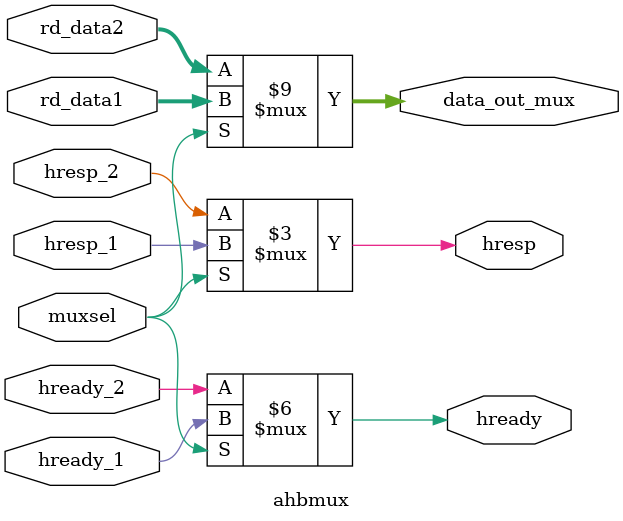
<source format=v>
module ahbmux(
    input        hready_1, hready_2, hresp_1, hresp_2,
    input [31:0] rd_data1, rd_data2,
    input        muxsel,  // 0: RAM, 1: ROM
    output reg [31:0] data_out_mux,
    output reg        hready,
    output reg        hresp
);

always @(*) begin
    // Default values
    data_out_mux = 32'b0;
    hready       = 1;
    hresp        = 0;

    if (muxsel) begin
        // ROM selected
        data_out_mux = rd_data1;
        hready       = hready_1;
        hresp        = hresp_1;
    end else begin
        // RAM selected
        data_out_mux = rd_data2;
        hready       = hready_2;
        hresp        = hresp_2;
    end
end
endmodule

</source>
